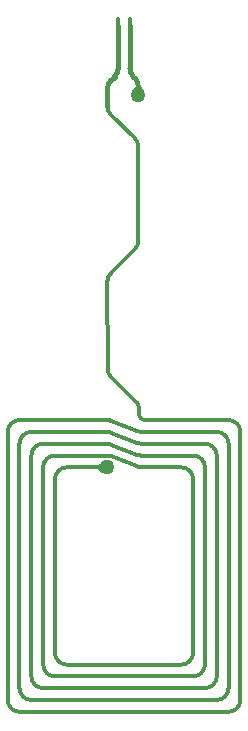
<source format=gbr>
%TF.GenerationSoftware,KiCad,Pcbnew,9.0.0-rc2-3baa6cd791~182~ubuntu24.04.1*%
%TF.CreationDate,2025-02-03T22:31:15-05:00*%
%TF.ProjectId,RoyalBlue54L-NFC-Antenna,526f7961-6c42-46c7-9565-35344c2d4e46,rev?*%
%TF.SameCoordinates,Original*%
%TF.FileFunction,Copper,L1,Top*%
%TF.FilePolarity,Positive*%
%FSLAX46Y46*%
G04 Gerber Fmt 4.6, Leading zero omitted, Abs format (unit mm)*
G04 Created by KiCad (PCBNEW 9.0.0-rc2-3baa6cd791~182~ubuntu24.04.1) date 2025-02-03 22:31:15*
%MOMM*%
%LPD*%
G01*
G04 APERTURE LIST*
G04 Aperture macros list*
%AMRoundRect*
0 Rectangle with rounded corners*
0 $1 Rounding radius*
0 $2 $3 $4 $5 $6 $7 $8 $9 X,Y pos of 4 corners*
0 Add a 4 corners polygon primitive as box body*
4,1,4,$2,$3,$4,$5,$6,$7,$8,$9,$2,$3,0*
0 Add four circle primitives for the rounded corners*
1,1,$1+$1,$2,$3*
1,1,$1+$1,$4,$5*
1,1,$1+$1,$6,$7*
1,1,$1+$1,$8,$9*
0 Add four rect primitives between the rounded corners*
20,1,$1+$1,$2,$3,$4,$5,0*
20,1,$1+$1,$4,$5,$6,$7,0*
20,1,$1+$1,$6,$7,$8,$9,0*
20,1,$1+$1,$8,$9,$2,$3,0*%
G04 Aperture macros list end*
%TA.AperFunction,Conductor*%
%ADD10C,0.000000*%
%TD*%
%TA.AperFunction,SMDPad,CuDef*%
%ADD11RoundRect,0.045000X-0.105000X-0.705000X0.105000X-0.705000X0.105000X0.705000X-0.105000X0.705000X0*%
%TD*%
%TA.AperFunction,ViaPad*%
%ADD12C,1.270000*%
%TD*%
%TA.AperFunction,Conductor*%
%ADD13C,0.300000*%
%TD*%
%TA.AperFunction,Conductor*%
%ADD14C,0.299970*%
%TD*%
%TA.AperFunction,Conductor*%
%ADD15C,0.381000*%
%TD*%
G04 APERTURE END LIST*
D10*
%TA.AperFunction,Conductor*%
%TO.N,/ANT*%
G36*
X152807850Y-72206125D02*
G01*
X152816680Y-72258285D01*
X152831410Y-72311095D01*
X152852030Y-72364565D01*
X152878540Y-72418685D01*
X152910950Y-72473455D01*
X152949240Y-72528875D01*
X152993430Y-72584955D01*
X153043500Y-72641695D01*
X153099470Y-72699075D01*
X152210470Y-72699355D01*
X152266420Y-72641925D01*
X152360650Y-72529035D01*
X152398920Y-72473585D01*
X152431320Y-72418795D01*
X152457820Y-72364655D01*
X152478430Y-72311185D01*
X152493150Y-72258365D01*
X152501980Y-72206205D01*
X152504930Y-72154715D01*
X152804900Y-72154615D01*
X152807850Y-72206125D01*
G37*
%TD.AperFunction*%
%TA.AperFunction,Conductor*%
G36*
X149596440Y-105144445D02*
G01*
X149539010Y-105088495D01*
X149426130Y-104994275D01*
X149370670Y-104955995D01*
X149315880Y-104923605D01*
X149261740Y-104897105D01*
X149208270Y-104876495D01*
X149155450Y-104861765D01*
X149103290Y-104852935D01*
X149051800Y-104849995D01*
X149051700Y-104550015D01*
X149103210Y-104547075D01*
X149155370Y-104538235D01*
X149208180Y-104523505D01*
X149261650Y-104502885D01*
X149315770Y-104476375D01*
X149370540Y-104443975D01*
X149425970Y-104405675D01*
X149482040Y-104361495D01*
X149538780Y-104311415D01*
X149596160Y-104255445D01*
X149596440Y-105144445D01*
G37*
%TD.AperFunction*%
%TD*%
D11*
%TO.P,J1,2,Pin_2*%
%TO.N,/ANT*%
X151949710Y-67310695D03*
%TO.P,J1,1,Pin_1*%
X150949710Y-67310695D03*
%TD*%
D12*
%TO.N,/ANT*%
X152650110Y-73152695D03*
X150049780Y-104699805D03*
%TD*%
D13*
%TO.N,/ANT*%
X152540521Y-104629296D02*
G75*
G02*
X152535263Y-104627189I409379J1029296D01*
G01*
D14*
X150290900Y-100746065D02*
X150223680Y-100727435D01*
D15*
X151949710Y-67310695D02*
X151949710Y-70905695D01*
D14*
X142600010Y-102700005D02*
X142600010Y-123399995D01*
X158300000Y-102700005D02*
X152909870Y-102700005D01*
D13*
X150342951Y-74857034D02*
G75*
G02*
X150050092Y-74150005I707049J707034D01*
G01*
D14*
X157300000Y-120399745D02*
X157300000Y-120399995D01*
X152583990Y-99265415D02*
X150400090Y-97099815D01*
X143600010Y-103700005D02*
X143600010Y-122399995D01*
X159300000Y-122399735D02*
X159300000Y-122399995D01*
X150155320Y-102713525D02*
X150086160Y-102704415D01*
X150356660Y-102769345D02*
X150290900Y-102746065D01*
X158300000Y-104700005D02*
X158300000Y-121399745D01*
D13*
X144600000Y-123399995D02*
G75*
G02*
X143600005Y-122399995I0J999995D01*
G01*
X152543346Y-103630414D02*
X152540714Y-103629373D01*
X153169960Y-100700015D02*
G75*
G02*
X152719885Y-100249925I40J450115D01*
G01*
D14*
X152540710Y-102629375D02*
X152540520Y-102629295D01*
X152543350Y-102630415D02*
X152540520Y-102629295D01*
X156300010Y-121399995D02*
X146600000Y-121399995D01*
X150223680Y-100727435D02*
X150155320Y-100713525D01*
D13*
X156300010Y-104700005D02*
G75*
G02*
X157299995Y-105700005I-10J-999995D01*
G01*
X143600000Y-103700005D02*
G75*
G02*
X144600000Y-102700000I1000000J5D01*
G01*
D15*
X150950900Y-70905975D02*
G75*
G02*
X150658019Y-71613094I-1000000J-25D01*
G01*
D14*
X142600010Y-100700015D02*
X142599750Y-100700015D01*
D13*
X152650030Y-85549925D02*
X152650030Y-85550035D01*
X152543346Y-104630414D02*
X152540714Y-104629373D01*
D14*
X159300000Y-103700005D02*
X159300000Y-122399735D01*
D15*
X150658010Y-71613085D02*
X150343000Y-71928085D01*
X152743930Y-72777595D02*
X152743930Y-73152695D01*
D14*
X157300000Y-105700005D02*
X157300000Y-120399745D01*
D13*
X160300000Y-123399995D02*
G75*
G02*
X159300000Y-124400000I-1000000J-5D01*
G01*
D14*
X149990140Y-103700005D02*
X145600000Y-103700005D01*
D13*
X159300000Y-122399989D02*
G75*
G02*
X158300000Y-123399700I-1000000J289D01*
G01*
D14*
X152357160Y-86257065D02*
X150371390Y-88242835D01*
X152650030Y-77549835D02*
X152650030Y-77549945D01*
D13*
X160300250Y-100700015D02*
G75*
G02*
X161300085Y-101699755I50J-999785D01*
G01*
D14*
X152650030Y-85549925D02*
X152650030Y-85550035D01*
X150016530Y-102700165D02*
X149990140Y-102700005D01*
X159300000Y-124399985D02*
X143600010Y-124399985D01*
X158300000Y-123399995D02*
X144600000Y-123399995D01*
X161300000Y-101699755D02*
X161300000Y-124399985D01*
D13*
X145600000Y-122399995D02*
G75*
G02*
X144600005Y-121399995I0J999995D01*
G01*
X150371390Y-88242835D02*
X150322900Y-88291325D01*
D14*
X150356660Y-100769355D02*
X150290900Y-100746065D01*
X160300000Y-123399735D02*
X160300000Y-123399995D01*
X152719880Y-99608315D02*
X152719880Y-100154165D01*
X150050080Y-104700005D02*
X146600000Y-104700005D01*
X152650030Y-85549925D02*
X152650030Y-85550035D01*
D13*
X157300000Y-103700005D02*
G75*
G02*
X158299995Y-104700005I0J-999995D01*
G01*
D14*
X150290900Y-102746065D02*
X150223680Y-102727425D01*
X160300000Y-125399985D02*
X142600010Y-125399985D01*
D13*
X152719880Y-99593485D02*
X152719880Y-99608315D01*
X152909870Y-103700005D02*
G75*
G02*
X152543350Y-103630404I30J1000005D01*
G01*
D14*
X157300000Y-122399995D02*
X145600000Y-122399995D01*
D13*
X152540521Y-102629296D02*
G75*
G02*
X152535263Y-102627189I409379J1029296D01*
G01*
D14*
X152584060Y-99265495D02*
X152583990Y-99265415D01*
X145600000Y-105700005D02*
X145600000Y-120399995D01*
X141600010Y-101699755D02*
X141600010Y-124399985D01*
X160249960Y-100700015D02*
X153169960Y-100700015D01*
X142600010Y-100700015D02*
X142599750Y-100700015D01*
X152540520Y-102629295D02*
X150356660Y-101769355D01*
D13*
X152543432Y-101630194D02*
G75*
G02*
X152535273Y-101626939I349068J886794D01*
G01*
D14*
X149990140Y-100700015D02*
X142600010Y-100700015D01*
X152357160Y-76842805D02*
X150342940Y-74857035D01*
X150086160Y-101704415D02*
X150016530Y-101700165D01*
D13*
X160300250Y-100700015D02*
X160249960Y-100700015D01*
D14*
X150155320Y-100713525D02*
X150086160Y-100704425D01*
D13*
X159300000Y-101699755D02*
G75*
G02*
X160300045Y-102699755I0J-1000045D01*
G01*
X152909880Y-101699755D02*
G75*
G02*
X152543436Y-101630184I20J999955D01*
G01*
D14*
X150223680Y-102727425D02*
X150155320Y-102713525D01*
X150223680Y-101727425D02*
X150155320Y-101713525D01*
X150016530Y-101700165D02*
X149990140Y-101699755D01*
X156300010Y-104700005D02*
X152909870Y-104700005D01*
D13*
X150050080Y-88949975D02*
G75*
G02*
X150322903Y-88291328I931520J-25D01*
G01*
D14*
X152584060Y-99265495D02*
X152583990Y-99265415D01*
X150016530Y-103700155D02*
X149990140Y-103700005D01*
D15*
X150050110Y-72635195D02*
G75*
G02*
X150343008Y-71928093I999990J-5D01*
G01*
D14*
X150086160Y-103704415D02*
X150016530Y-103700155D01*
X150155320Y-101713525D02*
X150086160Y-101704415D01*
D13*
X157300010Y-120399999D02*
G75*
G02*
X156300010Y-121399710I-1000010J299D01*
G01*
X152650020Y-85550035D02*
G75*
G02*
X152357148Y-86257053I-999920J35D01*
G01*
X150345143Y-97044872D02*
G75*
G02*
X150054911Y-96344165I700657J700672D01*
G01*
D14*
X152540520Y-103629295D02*
X150356660Y-102769345D01*
X152543350Y-103630405D02*
X152540520Y-103629295D01*
X150054910Y-96344165D02*
X150050080Y-88949975D01*
D13*
X144600000Y-104700005D02*
G75*
G02*
X145600000Y-103700000I1000000J5D01*
G01*
X142600010Y-125399985D02*
G75*
G02*
X141600015Y-124399985I-10J999985D01*
G01*
X146600000Y-121399995D02*
G75*
G02*
X145600005Y-120399995I0J999995D01*
G01*
D14*
X150086160Y-100704425D02*
X150016530Y-100700165D01*
X159300000Y-101699755D02*
X152909880Y-101699755D01*
D15*
X150950510Y-67310695D02*
X150950510Y-70905695D01*
D13*
X141600010Y-101699755D02*
G75*
G02*
X142599750Y-100700110I999690J-45D01*
G01*
D14*
X152540520Y-104629295D02*
X150356660Y-103769345D01*
D13*
X152584063Y-99265489D02*
G75*
G02*
X152719885Y-99593485I-328163J-328011D01*
G01*
D14*
X152543350Y-104630405D02*
X152540520Y-104629295D01*
X152540710Y-104629375D02*
X152540520Y-104629295D01*
D13*
X158300000Y-121399999D02*
G75*
G02*
X157300000Y-122399700I-1000000J299D01*
G01*
X161299990Y-124399985D02*
G75*
G02*
X160300250Y-125399690I-999690J-15D01*
G01*
D14*
X158300000Y-121399745D02*
X158300000Y-121399995D01*
X150086160Y-102704415D02*
X150016530Y-102700165D01*
D15*
X152655120Y-72440195D02*
X152655120Y-73152695D01*
D13*
X160300000Y-123399735D02*
X160300000Y-123399995D01*
D14*
X152650030Y-77549945D02*
X152650030Y-85549925D01*
X150016530Y-100700165D02*
X149990140Y-100700015D01*
D13*
X152357159Y-76842806D02*
G75*
G02*
X152649986Y-77549835I-707059J-706994D01*
G01*
D14*
X150155320Y-103713515D02*
X150086160Y-103704415D01*
X150290900Y-101746065D02*
X150223680Y-101727425D01*
D13*
X143600010Y-124399995D02*
G75*
G02*
X142600005Y-123399995I-10J999995D01*
G01*
X145600000Y-105700005D02*
G75*
G02*
X146600000Y-104700000I1000000J5D01*
G01*
D15*
X152242223Y-71613082D02*
G75*
G02*
X151949339Y-70905975I707077J707082D01*
G01*
D14*
X149990140Y-102700005D02*
X144600000Y-102700005D01*
X152650030Y-77549835D02*
X152650030Y-77549945D01*
X160300000Y-102699755D02*
X160300000Y-102700005D01*
D13*
X152719880Y-100154165D02*
X152719880Y-100249925D01*
D14*
X150356660Y-101769355D02*
X150290900Y-101746065D01*
D15*
X150050110Y-72635195D02*
X150050110Y-74150005D01*
D13*
X152909870Y-102700005D02*
G75*
G02*
X152543350Y-102630404I30J1000005D01*
G01*
D14*
X149990140Y-101699755D02*
X143600010Y-101699755D01*
D13*
X150400090Y-97099815D02*
X150345150Y-97044875D01*
D14*
X150356660Y-103769345D02*
X150290900Y-103746065D01*
D13*
X158300000Y-102700005D02*
G75*
G02*
X159299995Y-103700005I0J-999995D01*
G01*
X152909870Y-104700005D02*
G75*
G02*
X152543350Y-104630404I30J1000005D01*
G01*
X142600010Y-102699755D02*
G75*
G02*
X143600010Y-101699810I999990J-45D01*
G01*
D14*
X144600000Y-104700005D02*
X144600000Y-121399995D01*
X150290900Y-103746065D02*
X150223680Y-103727425D01*
D13*
X152540521Y-103629296D02*
G75*
G02*
X152535263Y-103627189I409379J1029296D01*
G01*
D14*
X160300000Y-102699755D02*
X160300000Y-102700005D01*
X150223680Y-103727425D02*
X150155320Y-103713515D01*
X160300000Y-123399735D02*
X160300000Y-123399995D01*
D13*
X152543346Y-102630414D02*
X152540714Y-102629373D01*
D15*
X152362220Y-71733085D02*
X152242220Y-71613085D01*
D14*
X160300000Y-102700005D02*
X160300000Y-123399735D01*
X152543350Y-101630415D02*
X150356660Y-100769355D01*
X157300000Y-103700005D02*
X152909870Y-103700005D01*
X152540710Y-103629375D02*
X152540520Y-103629295D01*
D13*
X142600010Y-102699755D02*
X142600010Y-102700005D01*
D15*
X152362227Y-71733088D02*
G75*
G02*
X152655118Y-72440195I-707127J-707112D01*
G01*
%TD*%
M02*

</source>
